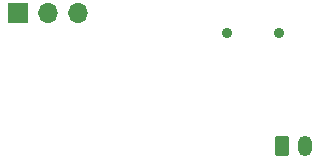
<source format=gbs>
G04 #@! TF.GenerationSoftware,KiCad,Pcbnew,(6.0.7)*
G04 #@! TF.CreationDate,2023-02-22T13:34:51-04:00*
G04 #@! TF.ProjectId,Twitch Switch,54776974-6368-4205-9377-697463682e6b,1.1*
G04 #@! TF.SameCoordinates,Original*
G04 #@! TF.FileFunction,Soldermask,Bot*
G04 #@! TF.FilePolarity,Negative*
%FSLAX46Y46*%
G04 Gerber Fmt 4.6, Leading zero omitted, Abs format (unit mm)*
G04 Created by KiCad (PCBNEW (6.0.7)) date 2023-02-22 13:34:51*
%MOMM*%
%LPD*%
G01*
G04 APERTURE LIST*
G04 Aperture macros list*
%AMRoundRect*
0 Rectangle with rounded corners*
0 $1 Rounding radius*
0 $2 $3 $4 $5 $6 $7 $8 $9 X,Y pos of 4 corners*
0 Add a 4 corners polygon primitive as box body*
4,1,4,$2,$3,$4,$5,$6,$7,$8,$9,$2,$3,0*
0 Add four circle primitives for the rounded corners*
1,1,$1+$1,$2,$3*
1,1,$1+$1,$4,$5*
1,1,$1+$1,$6,$7*
1,1,$1+$1,$8,$9*
0 Add four rect primitives between the rounded corners*
20,1,$1+$1,$2,$3,$4,$5,0*
20,1,$1+$1,$4,$5,$6,$7,0*
20,1,$1+$1,$6,$7,$8,$9,0*
20,1,$1+$1,$8,$9,$2,$3,0*%
G04 Aperture macros list end*
%ADD10R,1.700000X1.700000*%
%ADD11O,1.700000X1.700000*%
%ADD12C,0.900000*%
%ADD13RoundRect,0.250000X-0.350000X-0.625000X0.350000X-0.625000X0.350000X0.625000X-0.350000X0.625000X0*%
%ADD14O,1.200000X1.750000*%
G04 APERTURE END LIST*
D10*
X142113000Y-102997000D03*
D11*
X144653000Y-102997000D03*
X147193000Y-102997000D03*
D12*
X159852000Y-104648000D03*
X164252000Y-104648000D03*
D13*
X164452300Y-114221260D03*
D14*
X166452300Y-114221260D03*
M02*

</source>
